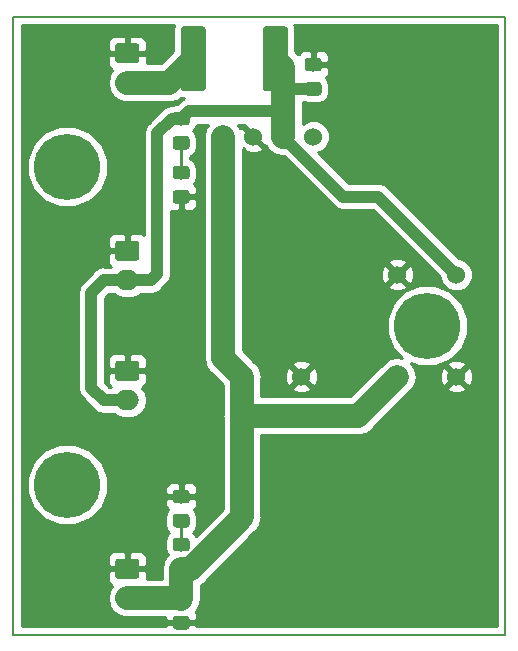
<source format=gtl>
%TF.GenerationSoftware,KiCad,Pcbnew,5.0.2+dfsg1-1*%
%TF.CreationDate,2022-03-26T23:48:13+09:00*%
%TF.ProjectId,tablet-psu,7461626c-6574-42d7-9073-752e6b696361,rev?*%
%TF.SameCoordinates,Original*%
%TF.FileFunction,Copper,L1,Top*%
%TF.FilePolarity,Positive*%
%FSLAX46Y46*%
G04 Gerber Fmt 4.6, Leading zero omitted, Abs format (unit mm)*
G04 Created by KiCad (PCBNEW 5.0.2+dfsg1-1) date Sat 26 Mar 2022 11:48:13 PM JST*
%MOMM*%
%LPD*%
G01*
G04 APERTURE LIST*
%ADD10C,0.150000*%
%ADD11C,0.100000*%
%ADD12C,1.150000*%
%ADD13C,2.100000*%
%ADD14O,2.000000X1.700000*%
%ADD15C,1.700000*%
%ADD16C,1.524000*%
%ADD17C,5.600000*%
%ADD18C,1.000000*%
%ADD19C,2.000000*%
%ADD20C,0.250000*%
%ADD21C,0.254000*%
G04 APERTURE END LIST*
D10*
X138176000Y-70104000D02*
X138176000Y-122428000D01*
X96520000Y-70104000D02*
X138176000Y-70104000D01*
X96520000Y-122428000D02*
X138176000Y-122428000D01*
X96520000Y-70104000D02*
X96520000Y-122428000D01*
D11*
G36*
X122394505Y-75644204D02*
X122418773Y-75647804D01*
X122442572Y-75653765D01*
X122465671Y-75662030D01*
X122487850Y-75672520D01*
X122508893Y-75685132D01*
X122528599Y-75699747D01*
X122546777Y-75716223D01*
X122563253Y-75734401D01*
X122577868Y-75754107D01*
X122590480Y-75775150D01*
X122600970Y-75797329D01*
X122609235Y-75820428D01*
X122615196Y-75844227D01*
X122618796Y-75868495D01*
X122620000Y-75892999D01*
X122620000Y-76543001D01*
X122618796Y-76567505D01*
X122615196Y-76591773D01*
X122609235Y-76615572D01*
X122600970Y-76638671D01*
X122590480Y-76660850D01*
X122577868Y-76681893D01*
X122563253Y-76701599D01*
X122546777Y-76719777D01*
X122528599Y-76736253D01*
X122508893Y-76750868D01*
X122487850Y-76763480D01*
X122465671Y-76773970D01*
X122442572Y-76782235D01*
X122418773Y-76788196D01*
X122394505Y-76791796D01*
X122370001Y-76793000D01*
X121469999Y-76793000D01*
X121445495Y-76791796D01*
X121421227Y-76788196D01*
X121397428Y-76782235D01*
X121374329Y-76773970D01*
X121352150Y-76763480D01*
X121331107Y-76750868D01*
X121311401Y-76736253D01*
X121293223Y-76719777D01*
X121276747Y-76701599D01*
X121262132Y-76681893D01*
X121249520Y-76660850D01*
X121239030Y-76638671D01*
X121230765Y-76615572D01*
X121224804Y-76591773D01*
X121221204Y-76567505D01*
X121220000Y-76543001D01*
X121220000Y-75892999D01*
X121221204Y-75868495D01*
X121224804Y-75844227D01*
X121230765Y-75820428D01*
X121239030Y-75797329D01*
X121249520Y-75775150D01*
X121262132Y-75754107D01*
X121276747Y-75734401D01*
X121293223Y-75716223D01*
X121311401Y-75699747D01*
X121331107Y-75685132D01*
X121352150Y-75672520D01*
X121374329Y-75662030D01*
X121397428Y-75653765D01*
X121421227Y-75647804D01*
X121445495Y-75644204D01*
X121469999Y-75643000D01*
X122370001Y-75643000D01*
X122394505Y-75644204D01*
X122394505Y-75644204D01*
G37*
D12*
X121920000Y-76218000D03*
D11*
G36*
X122394505Y-73594204D02*
X122418773Y-73597804D01*
X122442572Y-73603765D01*
X122465671Y-73612030D01*
X122487850Y-73622520D01*
X122508893Y-73635132D01*
X122528599Y-73649747D01*
X122546777Y-73666223D01*
X122563253Y-73684401D01*
X122577868Y-73704107D01*
X122590480Y-73725150D01*
X122600970Y-73747329D01*
X122609235Y-73770428D01*
X122615196Y-73794227D01*
X122618796Y-73818495D01*
X122620000Y-73842999D01*
X122620000Y-74493001D01*
X122618796Y-74517505D01*
X122615196Y-74541773D01*
X122609235Y-74565572D01*
X122600970Y-74588671D01*
X122590480Y-74610850D01*
X122577868Y-74631893D01*
X122563253Y-74651599D01*
X122546777Y-74669777D01*
X122528599Y-74686253D01*
X122508893Y-74700868D01*
X122487850Y-74713480D01*
X122465671Y-74723970D01*
X122442572Y-74732235D01*
X122418773Y-74738196D01*
X122394505Y-74741796D01*
X122370001Y-74743000D01*
X121469999Y-74743000D01*
X121445495Y-74741796D01*
X121421227Y-74738196D01*
X121397428Y-74732235D01*
X121374329Y-74723970D01*
X121352150Y-74713480D01*
X121331107Y-74700868D01*
X121311401Y-74686253D01*
X121293223Y-74669777D01*
X121276747Y-74651599D01*
X121262132Y-74631893D01*
X121249520Y-74610850D01*
X121239030Y-74588671D01*
X121230765Y-74565572D01*
X121224804Y-74541773D01*
X121221204Y-74517505D01*
X121220000Y-74493001D01*
X121220000Y-73842999D01*
X121221204Y-73818495D01*
X121224804Y-73794227D01*
X121230765Y-73770428D01*
X121239030Y-73747329D01*
X121249520Y-73725150D01*
X121262132Y-73704107D01*
X121276747Y-73684401D01*
X121293223Y-73666223D01*
X121311401Y-73649747D01*
X121331107Y-73635132D01*
X121352150Y-73622520D01*
X121374329Y-73612030D01*
X121397428Y-73603765D01*
X121421227Y-73597804D01*
X121445495Y-73594204D01*
X121469999Y-73593000D01*
X122370001Y-73593000D01*
X122394505Y-73594204D01*
X122394505Y-73594204D01*
G37*
D12*
X121920000Y-74168000D03*
D11*
G36*
X111218505Y-84788204D02*
X111242773Y-84791804D01*
X111266572Y-84797765D01*
X111289671Y-84806030D01*
X111311850Y-84816520D01*
X111332893Y-84829132D01*
X111352599Y-84843747D01*
X111370777Y-84860223D01*
X111387253Y-84878401D01*
X111401868Y-84898107D01*
X111414480Y-84919150D01*
X111424970Y-84941329D01*
X111433235Y-84964428D01*
X111439196Y-84988227D01*
X111442796Y-85012495D01*
X111444000Y-85036999D01*
X111444000Y-85687001D01*
X111442796Y-85711505D01*
X111439196Y-85735773D01*
X111433235Y-85759572D01*
X111424970Y-85782671D01*
X111414480Y-85804850D01*
X111401868Y-85825893D01*
X111387253Y-85845599D01*
X111370777Y-85863777D01*
X111352599Y-85880253D01*
X111332893Y-85894868D01*
X111311850Y-85907480D01*
X111289671Y-85917970D01*
X111266572Y-85926235D01*
X111242773Y-85932196D01*
X111218505Y-85935796D01*
X111194001Y-85937000D01*
X110293999Y-85937000D01*
X110269495Y-85935796D01*
X110245227Y-85932196D01*
X110221428Y-85926235D01*
X110198329Y-85917970D01*
X110176150Y-85907480D01*
X110155107Y-85894868D01*
X110135401Y-85880253D01*
X110117223Y-85863777D01*
X110100747Y-85845599D01*
X110086132Y-85825893D01*
X110073520Y-85804850D01*
X110063030Y-85782671D01*
X110054765Y-85759572D01*
X110048804Y-85735773D01*
X110045204Y-85711505D01*
X110044000Y-85687001D01*
X110044000Y-85036999D01*
X110045204Y-85012495D01*
X110048804Y-84988227D01*
X110054765Y-84964428D01*
X110063030Y-84941329D01*
X110073520Y-84919150D01*
X110086132Y-84898107D01*
X110100747Y-84878401D01*
X110117223Y-84860223D01*
X110135401Y-84843747D01*
X110155107Y-84829132D01*
X110176150Y-84816520D01*
X110198329Y-84806030D01*
X110221428Y-84797765D01*
X110245227Y-84791804D01*
X110269495Y-84788204D01*
X110293999Y-84787000D01*
X111194001Y-84787000D01*
X111218505Y-84788204D01*
X111218505Y-84788204D01*
G37*
D12*
X110744000Y-85362000D03*
D11*
G36*
X111218505Y-82738204D02*
X111242773Y-82741804D01*
X111266572Y-82747765D01*
X111289671Y-82756030D01*
X111311850Y-82766520D01*
X111332893Y-82779132D01*
X111352599Y-82793747D01*
X111370777Y-82810223D01*
X111387253Y-82828401D01*
X111401868Y-82848107D01*
X111414480Y-82869150D01*
X111424970Y-82891329D01*
X111433235Y-82914428D01*
X111439196Y-82938227D01*
X111442796Y-82962495D01*
X111444000Y-82986999D01*
X111444000Y-83637001D01*
X111442796Y-83661505D01*
X111439196Y-83685773D01*
X111433235Y-83709572D01*
X111424970Y-83732671D01*
X111414480Y-83754850D01*
X111401868Y-83775893D01*
X111387253Y-83795599D01*
X111370777Y-83813777D01*
X111352599Y-83830253D01*
X111332893Y-83844868D01*
X111311850Y-83857480D01*
X111289671Y-83867970D01*
X111266572Y-83876235D01*
X111242773Y-83882196D01*
X111218505Y-83885796D01*
X111194001Y-83887000D01*
X110293999Y-83887000D01*
X110269495Y-83885796D01*
X110245227Y-83882196D01*
X110221428Y-83876235D01*
X110198329Y-83867970D01*
X110176150Y-83857480D01*
X110155107Y-83844868D01*
X110135401Y-83830253D01*
X110117223Y-83813777D01*
X110100747Y-83795599D01*
X110086132Y-83775893D01*
X110073520Y-83754850D01*
X110063030Y-83732671D01*
X110054765Y-83709572D01*
X110048804Y-83685773D01*
X110045204Y-83661505D01*
X110044000Y-83637001D01*
X110044000Y-82986999D01*
X110045204Y-82962495D01*
X110048804Y-82938227D01*
X110054765Y-82914428D01*
X110063030Y-82891329D01*
X110073520Y-82869150D01*
X110086132Y-82848107D01*
X110100747Y-82828401D01*
X110117223Y-82810223D01*
X110135401Y-82793747D01*
X110155107Y-82779132D01*
X110176150Y-82766520D01*
X110198329Y-82756030D01*
X110221428Y-82747765D01*
X110245227Y-82741804D01*
X110269495Y-82738204D01*
X110293999Y-82737000D01*
X111194001Y-82737000D01*
X111218505Y-82738204D01*
X111218505Y-82738204D01*
G37*
D12*
X110744000Y-83312000D03*
D11*
G36*
X111218505Y-112211204D02*
X111242773Y-112214804D01*
X111266572Y-112220765D01*
X111289671Y-112229030D01*
X111311850Y-112239520D01*
X111332893Y-112252132D01*
X111352599Y-112266747D01*
X111370777Y-112283223D01*
X111387253Y-112301401D01*
X111401868Y-112321107D01*
X111414480Y-112342150D01*
X111424970Y-112364329D01*
X111433235Y-112387428D01*
X111439196Y-112411227D01*
X111442796Y-112435495D01*
X111444000Y-112459999D01*
X111444000Y-113110001D01*
X111442796Y-113134505D01*
X111439196Y-113158773D01*
X111433235Y-113182572D01*
X111424970Y-113205671D01*
X111414480Y-113227850D01*
X111401868Y-113248893D01*
X111387253Y-113268599D01*
X111370777Y-113286777D01*
X111352599Y-113303253D01*
X111332893Y-113317868D01*
X111311850Y-113330480D01*
X111289671Y-113340970D01*
X111266572Y-113349235D01*
X111242773Y-113355196D01*
X111218505Y-113358796D01*
X111194001Y-113360000D01*
X110293999Y-113360000D01*
X110269495Y-113358796D01*
X110245227Y-113355196D01*
X110221428Y-113349235D01*
X110198329Y-113340970D01*
X110176150Y-113330480D01*
X110155107Y-113317868D01*
X110135401Y-113303253D01*
X110117223Y-113286777D01*
X110100747Y-113268599D01*
X110086132Y-113248893D01*
X110073520Y-113227850D01*
X110063030Y-113205671D01*
X110054765Y-113182572D01*
X110048804Y-113158773D01*
X110045204Y-113134505D01*
X110044000Y-113110001D01*
X110044000Y-112459999D01*
X110045204Y-112435495D01*
X110048804Y-112411227D01*
X110054765Y-112387428D01*
X110063030Y-112364329D01*
X110073520Y-112342150D01*
X110086132Y-112321107D01*
X110100747Y-112301401D01*
X110117223Y-112283223D01*
X110135401Y-112266747D01*
X110155107Y-112252132D01*
X110176150Y-112239520D01*
X110198329Y-112229030D01*
X110221428Y-112220765D01*
X110245227Y-112214804D01*
X110269495Y-112211204D01*
X110293999Y-112210000D01*
X111194001Y-112210000D01*
X111218505Y-112211204D01*
X111218505Y-112211204D01*
G37*
D12*
X110744000Y-112785000D03*
D11*
G36*
X111218505Y-110161204D02*
X111242773Y-110164804D01*
X111266572Y-110170765D01*
X111289671Y-110179030D01*
X111311850Y-110189520D01*
X111332893Y-110202132D01*
X111352599Y-110216747D01*
X111370777Y-110233223D01*
X111387253Y-110251401D01*
X111401868Y-110271107D01*
X111414480Y-110292150D01*
X111424970Y-110314329D01*
X111433235Y-110337428D01*
X111439196Y-110361227D01*
X111442796Y-110385495D01*
X111444000Y-110409999D01*
X111444000Y-111060001D01*
X111442796Y-111084505D01*
X111439196Y-111108773D01*
X111433235Y-111132572D01*
X111424970Y-111155671D01*
X111414480Y-111177850D01*
X111401868Y-111198893D01*
X111387253Y-111218599D01*
X111370777Y-111236777D01*
X111352599Y-111253253D01*
X111332893Y-111267868D01*
X111311850Y-111280480D01*
X111289671Y-111290970D01*
X111266572Y-111299235D01*
X111242773Y-111305196D01*
X111218505Y-111308796D01*
X111194001Y-111310000D01*
X110293999Y-111310000D01*
X110269495Y-111308796D01*
X110245227Y-111305196D01*
X110221428Y-111299235D01*
X110198329Y-111290970D01*
X110176150Y-111280480D01*
X110155107Y-111267868D01*
X110135401Y-111253253D01*
X110117223Y-111236777D01*
X110100747Y-111218599D01*
X110086132Y-111198893D01*
X110073520Y-111177850D01*
X110063030Y-111155671D01*
X110054765Y-111132572D01*
X110048804Y-111108773D01*
X110045204Y-111084505D01*
X110044000Y-111060001D01*
X110044000Y-110409999D01*
X110045204Y-110385495D01*
X110048804Y-110361227D01*
X110054765Y-110337428D01*
X110063030Y-110314329D01*
X110073520Y-110292150D01*
X110086132Y-110271107D01*
X110100747Y-110251401D01*
X110117223Y-110233223D01*
X110135401Y-110216747D01*
X110155107Y-110202132D01*
X110176150Y-110189520D01*
X110198329Y-110179030D01*
X110221428Y-110170765D01*
X110245227Y-110164804D01*
X110269495Y-110161204D01*
X110293999Y-110160000D01*
X111194001Y-110160000D01*
X111218505Y-110161204D01*
X111218505Y-110161204D01*
G37*
D12*
X110744000Y-110735000D03*
D11*
G36*
X119534504Y-70936204D02*
X119558773Y-70939804D01*
X119582571Y-70945765D01*
X119605671Y-70954030D01*
X119627849Y-70964520D01*
X119648893Y-70977133D01*
X119668598Y-70991747D01*
X119686777Y-71008223D01*
X119703253Y-71026402D01*
X119717867Y-71046107D01*
X119730480Y-71067151D01*
X119740970Y-71089329D01*
X119749235Y-71112429D01*
X119755196Y-71136227D01*
X119758796Y-71160496D01*
X119760000Y-71185000D01*
X119760000Y-76135000D01*
X119758796Y-76159504D01*
X119755196Y-76183773D01*
X119749235Y-76207571D01*
X119740970Y-76230671D01*
X119730480Y-76252849D01*
X119717867Y-76273893D01*
X119703253Y-76293598D01*
X119686777Y-76311777D01*
X119668598Y-76328253D01*
X119648893Y-76342867D01*
X119627849Y-76355480D01*
X119605671Y-76365970D01*
X119582571Y-76374235D01*
X119558773Y-76380196D01*
X119534504Y-76383796D01*
X119510000Y-76385000D01*
X117910000Y-76385000D01*
X117885496Y-76383796D01*
X117861227Y-76380196D01*
X117837429Y-76374235D01*
X117814329Y-76365970D01*
X117792151Y-76355480D01*
X117771107Y-76342867D01*
X117751402Y-76328253D01*
X117733223Y-76311777D01*
X117716747Y-76293598D01*
X117702133Y-76273893D01*
X117689520Y-76252849D01*
X117679030Y-76230671D01*
X117670765Y-76207571D01*
X117664804Y-76183773D01*
X117661204Y-76159504D01*
X117660000Y-76135000D01*
X117660000Y-71185000D01*
X117661204Y-71160496D01*
X117664804Y-71136227D01*
X117670765Y-71112429D01*
X117679030Y-71089329D01*
X117689520Y-71067151D01*
X117702133Y-71046107D01*
X117716747Y-71026402D01*
X117733223Y-71008223D01*
X117751402Y-70991747D01*
X117771107Y-70977133D01*
X117792151Y-70964520D01*
X117814329Y-70954030D01*
X117837429Y-70945765D01*
X117861227Y-70939804D01*
X117885496Y-70936204D01*
X117910000Y-70935000D01*
X119510000Y-70935000D01*
X119534504Y-70936204D01*
X119534504Y-70936204D01*
G37*
D13*
X118710000Y-73660000D03*
D11*
G36*
X112584504Y-70936204D02*
X112608773Y-70939804D01*
X112632571Y-70945765D01*
X112655671Y-70954030D01*
X112677849Y-70964520D01*
X112698893Y-70977133D01*
X112718598Y-70991747D01*
X112736777Y-71008223D01*
X112753253Y-71026402D01*
X112767867Y-71046107D01*
X112780480Y-71067151D01*
X112790970Y-71089329D01*
X112799235Y-71112429D01*
X112805196Y-71136227D01*
X112808796Y-71160496D01*
X112810000Y-71185000D01*
X112810000Y-76135000D01*
X112808796Y-76159504D01*
X112805196Y-76183773D01*
X112799235Y-76207571D01*
X112790970Y-76230671D01*
X112780480Y-76252849D01*
X112767867Y-76273893D01*
X112753253Y-76293598D01*
X112736777Y-76311777D01*
X112718598Y-76328253D01*
X112698893Y-76342867D01*
X112677849Y-76355480D01*
X112655671Y-76365970D01*
X112632571Y-76374235D01*
X112608773Y-76380196D01*
X112584504Y-76383796D01*
X112560000Y-76385000D01*
X110960000Y-76385000D01*
X110935496Y-76383796D01*
X110911227Y-76380196D01*
X110887429Y-76374235D01*
X110864329Y-76365970D01*
X110842151Y-76355480D01*
X110821107Y-76342867D01*
X110801402Y-76328253D01*
X110783223Y-76311777D01*
X110766747Y-76293598D01*
X110752133Y-76273893D01*
X110739520Y-76252849D01*
X110729030Y-76230671D01*
X110720765Y-76207571D01*
X110714804Y-76183773D01*
X110711204Y-76159504D01*
X110710000Y-76135000D01*
X110710000Y-71185000D01*
X110711204Y-71160496D01*
X110714804Y-71136227D01*
X110720765Y-71112429D01*
X110729030Y-71089329D01*
X110739520Y-71067151D01*
X110752133Y-71046107D01*
X110766747Y-71026402D01*
X110783223Y-71008223D01*
X110801402Y-70991747D01*
X110821107Y-70977133D01*
X110842151Y-70964520D01*
X110864329Y-70954030D01*
X110887429Y-70945765D01*
X110911227Y-70939804D01*
X110935496Y-70936204D01*
X110960000Y-70935000D01*
X112560000Y-70935000D01*
X112584504Y-70936204D01*
X112584504Y-70936204D01*
G37*
D13*
X111760000Y-73660000D03*
D14*
X106172000Y-75692000D03*
D11*
G36*
X106946504Y-72343204D02*
X106970773Y-72346804D01*
X106994571Y-72352765D01*
X107017671Y-72361030D01*
X107039849Y-72371520D01*
X107060893Y-72384133D01*
X107080598Y-72398747D01*
X107098777Y-72415223D01*
X107115253Y-72433402D01*
X107129867Y-72453107D01*
X107142480Y-72474151D01*
X107152970Y-72496329D01*
X107161235Y-72519429D01*
X107167196Y-72543227D01*
X107170796Y-72567496D01*
X107172000Y-72592000D01*
X107172000Y-73792000D01*
X107170796Y-73816504D01*
X107167196Y-73840773D01*
X107161235Y-73864571D01*
X107152970Y-73887671D01*
X107142480Y-73909849D01*
X107129867Y-73930893D01*
X107115253Y-73950598D01*
X107098777Y-73968777D01*
X107080598Y-73985253D01*
X107060893Y-73999867D01*
X107039849Y-74012480D01*
X107017671Y-74022970D01*
X106994571Y-74031235D01*
X106970773Y-74037196D01*
X106946504Y-74040796D01*
X106922000Y-74042000D01*
X105422000Y-74042000D01*
X105397496Y-74040796D01*
X105373227Y-74037196D01*
X105349429Y-74031235D01*
X105326329Y-74022970D01*
X105304151Y-74012480D01*
X105283107Y-73999867D01*
X105263402Y-73985253D01*
X105245223Y-73968777D01*
X105228747Y-73950598D01*
X105214133Y-73930893D01*
X105201520Y-73909849D01*
X105191030Y-73887671D01*
X105182765Y-73864571D01*
X105176804Y-73840773D01*
X105173204Y-73816504D01*
X105172000Y-73792000D01*
X105172000Y-72592000D01*
X105173204Y-72567496D01*
X105176804Y-72543227D01*
X105182765Y-72519429D01*
X105191030Y-72496329D01*
X105201520Y-72474151D01*
X105214133Y-72453107D01*
X105228747Y-72433402D01*
X105245223Y-72415223D01*
X105263402Y-72398747D01*
X105283107Y-72384133D01*
X105304151Y-72371520D01*
X105326329Y-72361030D01*
X105349429Y-72352765D01*
X105373227Y-72346804D01*
X105397496Y-72343204D01*
X105422000Y-72342000D01*
X106922000Y-72342000D01*
X106946504Y-72343204D01*
X106946504Y-72343204D01*
G37*
D15*
X106172000Y-73192000D03*
D11*
G36*
X106946504Y-89067204D02*
X106970773Y-89070804D01*
X106994571Y-89076765D01*
X107017671Y-89085030D01*
X107039849Y-89095520D01*
X107060893Y-89108133D01*
X107080598Y-89122747D01*
X107098777Y-89139223D01*
X107115253Y-89157402D01*
X107129867Y-89177107D01*
X107142480Y-89198151D01*
X107152970Y-89220329D01*
X107161235Y-89243429D01*
X107167196Y-89267227D01*
X107170796Y-89291496D01*
X107172000Y-89316000D01*
X107172000Y-90516000D01*
X107170796Y-90540504D01*
X107167196Y-90564773D01*
X107161235Y-90588571D01*
X107152970Y-90611671D01*
X107142480Y-90633849D01*
X107129867Y-90654893D01*
X107115253Y-90674598D01*
X107098777Y-90692777D01*
X107080598Y-90709253D01*
X107060893Y-90723867D01*
X107039849Y-90736480D01*
X107017671Y-90746970D01*
X106994571Y-90755235D01*
X106970773Y-90761196D01*
X106946504Y-90764796D01*
X106922000Y-90766000D01*
X105422000Y-90766000D01*
X105397496Y-90764796D01*
X105373227Y-90761196D01*
X105349429Y-90755235D01*
X105326329Y-90746970D01*
X105304151Y-90736480D01*
X105283107Y-90723867D01*
X105263402Y-90709253D01*
X105245223Y-90692777D01*
X105228747Y-90674598D01*
X105214133Y-90654893D01*
X105201520Y-90633849D01*
X105191030Y-90611671D01*
X105182765Y-90588571D01*
X105176804Y-90564773D01*
X105173204Y-90540504D01*
X105172000Y-90516000D01*
X105172000Y-89316000D01*
X105173204Y-89291496D01*
X105176804Y-89267227D01*
X105182765Y-89243429D01*
X105191030Y-89220329D01*
X105201520Y-89198151D01*
X105214133Y-89177107D01*
X105228747Y-89157402D01*
X105245223Y-89139223D01*
X105263402Y-89122747D01*
X105283107Y-89108133D01*
X105304151Y-89095520D01*
X105326329Y-89085030D01*
X105349429Y-89076765D01*
X105373227Y-89070804D01*
X105397496Y-89067204D01*
X105422000Y-89066000D01*
X106922000Y-89066000D01*
X106946504Y-89067204D01*
X106946504Y-89067204D01*
G37*
D15*
X106172000Y-89916000D03*
D14*
X106172000Y-92416000D03*
X106172000Y-102576000D03*
D11*
G36*
X106946504Y-99227204D02*
X106970773Y-99230804D01*
X106994571Y-99236765D01*
X107017671Y-99245030D01*
X107039849Y-99255520D01*
X107060893Y-99268133D01*
X107080598Y-99282747D01*
X107098777Y-99299223D01*
X107115253Y-99317402D01*
X107129867Y-99337107D01*
X107142480Y-99358151D01*
X107152970Y-99380329D01*
X107161235Y-99403429D01*
X107167196Y-99427227D01*
X107170796Y-99451496D01*
X107172000Y-99476000D01*
X107172000Y-100676000D01*
X107170796Y-100700504D01*
X107167196Y-100724773D01*
X107161235Y-100748571D01*
X107152970Y-100771671D01*
X107142480Y-100793849D01*
X107129867Y-100814893D01*
X107115253Y-100834598D01*
X107098777Y-100852777D01*
X107080598Y-100869253D01*
X107060893Y-100883867D01*
X107039849Y-100896480D01*
X107017671Y-100906970D01*
X106994571Y-100915235D01*
X106970773Y-100921196D01*
X106946504Y-100924796D01*
X106922000Y-100926000D01*
X105422000Y-100926000D01*
X105397496Y-100924796D01*
X105373227Y-100921196D01*
X105349429Y-100915235D01*
X105326329Y-100906970D01*
X105304151Y-100896480D01*
X105283107Y-100883867D01*
X105263402Y-100869253D01*
X105245223Y-100852777D01*
X105228747Y-100834598D01*
X105214133Y-100814893D01*
X105201520Y-100793849D01*
X105191030Y-100771671D01*
X105182765Y-100748571D01*
X105176804Y-100724773D01*
X105173204Y-100700504D01*
X105172000Y-100676000D01*
X105172000Y-99476000D01*
X105173204Y-99451496D01*
X105176804Y-99427227D01*
X105182765Y-99403429D01*
X105191030Y-99380329D01*
X105201520Y-99358151D01*
X105214133Y-99337107D01*
X105228747Y-99317402D01*
X105245223Y-99299223D01*
X105263402Y-99282747D01*
X105283107Y-99268133D01*
X105304151Y-99255520D01*
X105326329Y-99245030D01*
X105349429Y-99236765D01*
X105373227Y-99230804D01*
X105397496Y-99227204D01*
X105422000Y-99226000D01*
X106922000Y-99226000D01*
X106946504Y-99227204D01*
X106946504Y-99227204D01*
G37*
D15*
X106172000Y-100076000D03*
D11*
G36*
X106946504Y-115991204D02*
X106970773Y-115994804D01*
X106994571Y-116000765D01*
X107017671Y-116009030D01*
X107039849Y-116019520D01*
X107060893Y-116032133D01*
X107080598Y-116046747D01*
X107098777Y-116063223D01*
X107115253Y-116081402D01*
X107129867Y-116101107D01*
X107142480Y-116122151D01*
X107152970Y-116144329D01*
X107161235Y-116167429D01*
X107167196Y-116191227D01*
X107170796Y-116215496D01*
X107172000Y-116240000D01*
X107172000Y-117440000D01*
X107170796Y-117464504D01*
X107167196Y-117488773D01*
X107161235Y-117512571D01*
X107152970Y-117535671D01*
X107142480Y-117557849D01*
X107129867Y-117578893D01*
X107115253Y-117598598D01*
X107098777Y-117616777D01*
X107080598Y-117633253D01*
X107060893Y-117647867D01*
X107039849Y-117660480D01*
X107017671Y-117670970D01*
X106994571Y-117679235D01*
X106970773Y-117685196D01*
X106946504Y-117688796D01*
X106922000Y-117690000D01*
X105422000Y-117690000D01*
X105397496Y-117688796D01*
X105373227Y-117685196D01*
X105349429Y-117679235D01*
X105326329Y-117670970D01*
X105304151Y-117660480D01*
X105283107Y-117647867D01*
X105263402Y-117633253D01*
X105245223Y-117616777D01*
X105228747Y-117598598D01*
X105214133Y-117578893D01*
X105201520Y-117557849D01*
X105191030Y-117535671D01*
X105182765Y-117512571D01*
X105176804Y-117488773D01*
X105173204Y-117464504D01*
X105172000Y-117440000D01*
X105172000Y-116240000D01*
X105173204Y-116215496D01*
X105176804Y-116191227D01*
X105182765Y-116167429D01*
X105191030Y-116144329D01*
X105201520Y-116122151D01*
X105214133Y-116101107D01*
X105228747Y-116081402D01*
X105245223Y-116063223D01*
X105263402Y-116046747D01*
X105283107Y-116032133D01*
X105304151Y-116019520D01*
X105326329Y-116009030D01*
X105349429Y-116000765D01*
X105373227Y-115994804D01*
X105397496Y-115991204D01*
X105422000Y-115990000D01*
X106922000Y-115990000D01*
X106946504Y-115991204D01*
X106946504Y-115991204D01*
G37*
D15*
X106172000Y-116840000D03*
D14*
X106172000Y-119340000D03*
D11*
G36*
X111218505Y-78166204D02*
X111242773Y-78169804D01*
X111266572Y-78175765D01*
X111289671Y-78184030D01*
X111311850Y-78194520D01*
X111332893Y-78207132D01*
X111352599Y-78221747D01*
X111370777Y-78238223D01*
X111387253Y-78256401D01*
X111401868Y-78276107D01*
X111414480Y-78297150D01*
X111424970Y-78319329D01*
X111433235Y-78342428D01*
X111439196Y-78366227D01*
X111442796Y-78390495D01*
X111444000Y-78414999D01*
X111444000Y-79065001D01*
X111442796Y-79089505D01*
X111439196Y-79113773D01*
X111433235Y-79137572D01*
X111424970Y-79160671D01*
X111414480Y-79182850D01*
X111401868Y-79203893D01*
X111387253Y-79223599D01*
X111370777Y-79241777D01*
X111352599Y-79258253D01*
X111332893Y-79272868D01*
X111311850Y-79285480D01*
X111289671Y-79295970D01*
X111266572Y-79304235D01*
X111242773Y-79310196D01*
X111218505Y-79313796D01*
X111194001Y-79315000D01*
X110293999Y-79315000D01*
X110269495Y-79313796D01*
X110245227Y-79310196D01*
X110221428Y-79304235D01*
X110198329Y-79295970D01*
X110176150Y-79285480D01*
X110155107Y-79272868D01*
X110135401Y-79258253D01*
X110117223Y-79241777D01*
X110100747Y-79223599D01*
X110086132Y-79203893D01*
X110073520Y-79182850D01*
X110063030Y-79160671D01*
X110054765Y-79137572D01*
X110048804Y-79113773D01*
X110045204Y-79089505D01*
X110044000Y-79065001D01*
X110044000Y-78414999D01*
X110045204Y-78390495D01*
X110048804Y-78366227D01*
X110054765Y-78342428D01*
X110063030Y-78319329D01*
X110073520Y-78297150D01*
X110086132Y-78276107D01*
X110100747Y-78256401D01*
X110117223Y-78238223D01*
X110135401Y-78221747D01*
X110155107Y-78207132D01*
X110176150Y-78194520D01*
X110198329Y-78184030D01*
X110221428Y-78175765D01*
X110245227Y-78169804D01*
X110269495Y-78166204D01*
X110293999Y-78165000D01*
X111194001Y-78165000D01*
X111218505Y-78166204D01*
X111218505Y-78166204D01*
G37*
D12*
X110744000Y-78740000D03*
D11*
G36*
X111218505Y-80216204D02*
X111242773Y-80219804D01*
X111266572Y-80225765D01*
X111289671Y-80234030D01*
X111311850Y-80244520D01*
X111332893Y-80257132D01*
X111352599Y-80271747D01*
X111370777Y-80288223D01*
X111387253Y-80306401D01*
X111401868Y-80326107D01*
X111414480Y-80347150D01*
X111424970Y-80369329D01*
X111433235Y-80392428D01*
X111439196Y-80416227D01*
X111442796Y-80440495D01*
X111444000Y-80464999D01*
X111444000Y-81115001D01*
X111442796Y-81139505D01*
X111439196Y-81163773D01*
X111433235Y-81187572D01*
X111424970Y-81210671D01*
X111414480Y-81232850D01*
X111401868Y-81253893D01*
X111387253Y-81273599D01*
X111370777Y-81291777D01*
X111352599Y-81308253D01*
X111332893Y-81322868D01*
X111311850Y-81335480D01*
X111289671Y-81345970D01*
X111266572Y-81354235D01*
X111242773Y-81360196D01*
X111218505Y-81363796D01*
X111194001Y-81365000D01*
X110293999Y-81365000D01*
X110269495Y-81363796D01*
X110245227Y-81360196D01*
X110221428Y-81354235D01*
X110198329Y-81345970D01*
X110176150Y-81335480D01*
X110155107Y-81322868D01*
X110135401Y-81308253D01*
X110117223Y-81291777D01*
X110100747Y-81273599D01*
X110086132Y-81253893D01*
X110073520Y-81232850D01*
X110063030Y-81210671D01*
X110054765Y-81187572D01*
X110048804Y-81163773D01*
X110045204Y-81139505D01*
X110044000Y-81115001D01*
X110044000Y-80464999D01*
X110045204Y-80440495D01*
X110048804Y-80416227D01*
X110054765Y-80392428D01*
X110063030Y-80369329D01*
X110073520Y-80347150D01*
X110086132Y-80326107D01*
X110100747Y-80306401D01*
X110117223Y-80288223D01*
X110135401Y-80271747D01*
X110155107Y-80257132D01*
X110176150Y-80244520D01*
X110198329Y-80234030D01*
X110221428Y-80225765D01*
X110245227Y-80219804D01*
X110269495Y-80216204D01*
X110293999Y-80215000D01*
X111194001Y-80215000D01*
X111218505Y-80216204D01*
X111218505Y-80216204D01*
G37*
D12*
X110744000Y-80790000D03*
D11*
G36*
X111218505Y-116275204D02*
X111242773Y-116278804D01*
X111266572Y-116284765D01*
X111289671Y-116293030D01*
X111311850Y-116303520D01*
X111332893Y-116316132D01*
X111352599Y-116330747D01*
X111370777Y-116347223D01*
X111387253Y-116365401D01*
X111401868Y-116385107D01*
X111414480Y-116406150D01*
X111424970Y-116428329D01*
X111433235Y-116451428D01*
X111439196Y-116475227D01*
X111442796Y-116499495D01*
X111444000Y-116523999D01*
X111444000Y-117174001D01*
X111442796Y-117198505D01*
X111439196Y-117222773D01*
X111433235Y-117246572D01*
X111424970Y-117269671D01*
X111414480Y-117291850D01*
X111401868Y-117312893D01*
X111387253Y-117332599D01*
X111370777Y-117350777D01*
X111352599Y-117367253D01*
X111332893Y-117381868D01*
X111311850Y-117394480D01*
X111289671Y-117404970D01*
X111266572Y-117413235D01*
X111242773Y-117419196D01*
X111218505Y-117422796D01*
X111194001Y-117424000D01*
X110293999Y-117424000D01*
X110269495Y-117422796D01*
X110245227Y-117419196D01*
X110221428Y-117413235D01*
X110198329Y-117404970D01*
X110176150Y-117394480D01*
X110155107Y-117381868D01*
X110135401Y-117367253D01*
X110117223Y-117350777D01*
X110100747Y-117332599D01*
X110086132Y-117312893D01*
X110073520Y-117291850D01*
X110063030Y-117269671D01*
X110054765Y-117246572D01*
X110048804Y-117222773D01*
X110045204Y-117198505D01*
X110044000Y-117174001D01*
X110044000Y-116523999D01*
X110045204Y-116499495D01*
X110048804Y-116475227D01*
X110054765Y-116451428D01*
X110063030Y-116428329D01*
X110073520Y-116406150D01*
X110086132Y-116385107D01*
X110100747Y-116365401D01*
X110117223Y-116347223D01*
X110135401Y-116330747D01*
X110155107Y-116316132D01*
X110176150Y-116303520D01*
X110198329Y-116293030D01*
X110221428Y-116284765D01*
X110245227Y-116278804D01*
X110269495Y-116275204D01*
X110293999Y-116274000D01*
X111194001Y-116274000D01*
X111218505Y-116275204D01*
X111218505Y-116275204D01*
G37*
D12*
X110744000Y-116849000D03*
D11*
G36*
X111218505Y-114225204D02*
X111242773Y-114228804D01*
X111266572Y-114234765D01*
X111289671Y-114243030D01*
X111311850Y-114253520D01*
X111332893Y-114266132D01*
X111352599Y-114280747D01*
X111370777Y-114297223D01*
X111387253Y-114315401D01*
X111401868Y-114335107D01*
X111414480Y-114356150D01*
X111424970Y-114378329D01*
X111433235Y-114401428D01*
X111439196Y-114425227D01*
X111442796Y-114449495D01*
X111444000Y-114473999D01*
X111444000Y-115124001D01*
X111442796Y-115148505D01*
X111439196Y-115172773D01*
X111433235Y-115196572D01*
X111424970Y-115219671D01*
X111414480Y-115241850D01*
X111401868Y-115262893D01*
X111387253Y-115282599D01*
X111370777Y-115300777D01*
X111352599Y-115317253D01*
X111332893Y-115331868D01*
X111311850Y-115344480D01*
X111289671Y-115354970D01*
X111266572Y-115363235D01*
X111242773Y-115369196D01*
X111218505Y-115372796D01*
X111194001Y-115374000D01*
X110293999Y-115374000D01*
X110269495Y-115372796D01*
X110245227Y-115369196D01*
X110221428Y-115363235D01*
X110198329Y-115354970D01*
X110176150Y-115344480D01*
X110155107Y-115331868D01*
X110135401Y-115317253D01*
X110117223Y-115300777D01*
X110100747Y-115282599D01*
X110086132Y-115262893D01*
X110073520Y-115241850D01*
X110063030Y-115219671D01*
X110054765Y-115196572D01*
X110048804Y-115172773D01*
X110045204Y-115148505D01*
X110044000Y-115124001D01*
X110044000Y-114473999D01*
X110045204Y-114449495D01*
X110048804Y-114425227D01*
X110054765Y-114401428D01*
X110063030Y-114378329D01*
X110073520Y-114356150D01*
X110086132Y-114335107D01*
X110100747Y-114315401D01*
X110117223Y-114297223D01*
X110135401Y-114280747D01*
X110155107Y-114266132D01*
X110176150Y-114253520D01*
X110198329Y-114243030D01*
X110221428Y-114234765D01*
X110245227Y-114228804D01*
X110269495Y-114225204D01*
X110293999Y-114224000D01*
X111194001Y-114224000D01*
X111218505Y-114225204D01*
X111218505Y-114225204D01*
G37*
D12*
X110744000Y-114799000D03*
D16*
X114300000Y-80264000D03*
X116840000Y-80264000D03*
X119380000Y-80264000D03*
X121920000Y-80264000D03*
X134032000Y-91948000D03*
X129032000Y-91948000D03*
X115904000Y-100584000D03*
X120904000Y-100584000D03*
X134032000Y-100584000D03*
X129032000Y-100584000D03*
D11*
G36*
X111218505Y-118797204D02*
X111242773Y-118800804D01*
X111266572Y-118806765D01*
X111289671Y-118815030D01*
X111311850Y-118825520D01*
X111332893Y-118838132D01*
X111352599Y-118852747D01*
X111370777Y-118869223D01*
X111387253Y-118887401D01*
X111401868Y-118907107D01*
X111414480Y-118928150D01*
X111424970Y-118950329D01*
X111433235Y-118973428D01*
X111439196Y-118997227D01*
X111442796Y-119021495D01*
X111444000Y-119045999D01*
X111444000Y-119696001D01*
X111442796Y-119720505D01*
X111439196Y-119744773D01*
X111433235Y-119768572D01*
X111424970Y-119791671D01*
X111414480Y-119813850D01*
X111401868Y-119834893D01*
X111387253Y-119854599D01*
X111370777Y-119872777D01*
X111352599Y-119889253D01*
X111332893Y-119903868D01*
X111311850Y-119916480D01*
X111289671Y-119926970D01*
X111266572Y-119935235D01*
X111242773Y-119941196D01*
X111218505Y-119944796D01*
X111194001Y-119946000D01*
X110293999Y-119946000D01*
X110269495Y-119944796D01*
X110245227Y-119941196D01*
X110221428Y-119935235D01*
X110198329Y-119926970D01*
X110176150Y-119916480D01*
X110155107Y-119903868D01*
X110135401Y-119889253D01*
X110117223Y-119872777D01*
X110100747Y-119854599D01*
X110086132Y-119834893D01*
X110073520Y-119813850D01*
X110063030Y-119791671D01*
X110054765Y-119768572D01*
X110048804Y-119744773D01*
X110045204Y-119720505D01*
X110044000Y-119696001D01*
X110044000Y-119045999D01*
X110045204Y-119021495D01*
X110048804Y-118997227D01*
X110054765Y-118973428D01*
X110063030Y-118950329D01*
X110073520Y-118928150D01*
X110086132Y-118907107D01*
X110100747Y-118887401D01*
X110117223Y-118869223D01*
X110135401Y-118852747D01*
X110155107Y-118838132D01*
X110176150Y-118825520D01*
X110198329Y-118815030D01*
X110221428Y-118806765D01*
X110245227Y-118800804D01*
X110269495Y-118797204D01*
X110293999Y-118796000D01*
X111194001Y-118796000D01*
X111218505Y-118797204D01*
X111218505Y-118797204D01*
G37*
D12*
X110744000Y-119371000D03*
D11*
G36*
X111218505Y-120847204D02*
X111242773Y-120850804D01*
X111266572Y-120856765D01*
X111289671Y-120865030D01*
X111311850Y-120875520D01*
X111332893Y-120888132D01*
X111352599Y-120902747D01*
X111370777Y-120919223D01*
X111387253Y-120937401D01*
X111401868Y-120957107D01*
X111414480Y-120978150D01*
X111424970Y-121000329D01*
X111433235Y-121023428D01*
X111439196Y-121047227D01*
X111442796Y-121071495D01*
X111444000Y-121095999D01*
X111444000Y-121746001D01*
X111442796Y-121770505D01*
X111439196Y-121794773D01*
X111433235Y-121818572D01*
X111424970Y-121841671D01*
X111414480Y-121863850D01*
X111401868Y-121884893D01*
X111387253Y-121904599D01*
X111370777Y-121922777D01*
X111352599Y-121939253D01*
X111332893Y-121953868D01*
X111311850Y-121966480D01*
X111289671Y-121976970D01*
X111266572Y-121985235D01*
X111242773Y-121991196D01*
X111218505Y-121994796D01*
X111194001Y-121996000D01*
X110293999Y-121996000D01*
X110269495Y-121994796D01*
X110245227Y-121991196D01*
X110221428Y-121985235D01*
X110198329Y-121976970D01*
X110176150Y-121966480D01*
X110155107Y-121953868D01*
X110135401Y-121939253D01*
X110117223Y-121922777D01*
X110100747Y-121904599D01*
X110086132Y-121884893D01*
X110073520Y-121863850D01*
X110063030Y-121841671D01*
X110054765Y-121818572D01*
X110048804Y-121794773D01*
X110045204Y-121770505D01*
X110044000Y-121746001D01*
X110044000Y-121095999D01*
X110045204Y-121071495D01*
X110048804Y-121047227D01*
X110054765Y-121023428D01*
X110063030Y-121000329D01*
X110073520Y-120978150D01*
X110086132Y-120957107D01*
X110100747Y-120937401D01*
X110117223Y-120919223D01*
X110135401Y-120902747D01*
X110155107Y-120888132D01*
X110176150Y-120875520D01*
X110198329Y-120865030D01*
X110221428Y-120856765D01*
X110245227Y-120850804D01*
X110269495Y-120847204D01*
X110293999Y-120846000D01*
X111194001Y-120846000D01*
X111218505Y-120847204D01*
X111218505Y-120847204D01*
G37*
D12*
X110744000Y-121421000D03*
D17*
X101092000Y-82804000D03*
X101092000Y-109728000D03*
X131572000Y-96266000D03*
D18*
X104172000Y-92416000D02*
X103124000Y-93464000D01*
X106172000Y-92416000D02*
X104172000Y-92416000D01*
X104172000Y-102576000D02*
X106172000Y-102576000D01*
X103124000Y-101528000D02*
X104172000Y-102576000D01*
X103124000Y-93464000D02*
X103124000Y-101528000D01*
D19*
X119380000Y-74330000D02*
X118710000Y-73660000D01*
D18*
X133270001Y-91186001D02*
X134032000Y-91948000D01*
X127428000Y-85344000D02*
X133270001Y-91186001D01*
X124460000Y-85344000D02*
X127428000Y-85344000D01*
X119380000Y-80264000D02*
X124460000Y-85344000D01*
X108172000Y-92416000D02*
X108712000Y-91876000D01*
X106172000Y-92416000D02*
X108172000Y-92416000D01*
X109944000Y-78740000D02*
X110744000Y-78740000D01*
X108712000Y-79972000D02*
X109944000Y-78740000D01*
X108712000Y-91876000D02*
X108712000Y-79972000D01*
X111367372Y-78116628D02*
X119264628Y-78116628D01*
X110744000Y-78740000D02*
X111367372Y-78116628D01*
X119264628Y-78116628D02*
X119380000Y-78232000D01*
D19*
X119380000Y-80264000D02*
X119380000Y-78232000D01*
D18*
X119870000Y-76218000D02*
X119380000Y-76708000D01*
X121920000Y-76218000D02*
X119870000Y-76218000D01*
D19*
X119380000Y-78232000D02*
X119380000Y-76708000D01*
X119380000Y-76708000D02*
X119380000Y-74330000D01*
X110713000Y-119340000D02*
X110744000Y-119371000D01*
X106172000Y-119340000D02*
X110713000Y-119340000D01*
X110744000Y-119371000D02*
X110744000Y-116849000D01*
X115904000Y-101661630D02*
X115904000Y-100584000D01*
X111544000Y-116849000D02*
X115904000Y-112489000D01*
X110744000Y-116849000D02*
X111544000Y-116849000D01*
X115904000Y-112489000D02*
X115904000Y-105156000D01*
X114300000Y-98980000D02*
X115904000Y-100584000D01*
X114300000Y-80264000D02*
X114300000Y-98980000D01*
X129032000Y-100584000D02*
X125730000Y-103886000D01*
X115904000Y-105156000D02*
X115904000Y-103886000D01*
X125730000Y-103886000D02*
X115904000Y-103886000D01*
X115904000Y-103886000D02*
X115904000Y-101661630D01*
D20*
X110744000Y-80790000D02*
X110744000Y-83312000D01*
X110744000Y-112785000D02*
X110744000Y-114799000D01*
D19*
X109728000Y-75692000D02*
X111760000Y-73660000D01*
X106172000Y-75692000D02*
X109728000Y-75692000D01*
D21*
G36*
X110130874Y-70841565D02*
X110062560Y-71185000D01*
X110062560Y-73045201D01*
X109050762Y-74057000D01*
X107807000Y-74057000D01*
X107807000Y-73477750D01*
X107648250Y-73319000D01*
X106299000Y-73319000D01*
X106299000Y-73339000D01*
X106045000Y-73339000D01*
X106045000Y-73319000D01*
X104695750Y-73319000D01*
X104537000Y-73477750D01*
X104537000Y-74168309D01*
X104633673Y-74401698D01*
X104812301Y-74580327D01*
X104918897Y-74624480D01*
X104631864Y-75054055D01*
X104504969Y-75692000D01*
X104631864Y-76329945D01*
X104993231Y-76870769D01*
X105534055Y-77232136D01*
X106010969Y-77327000D01*
X109566970Y-77327000D01*
X109728000Y-77359031D01*
X109889030Y-77327000D01*
X109889031Y-77327000D01*
X110365945Y-77232136D01*
X110732529Y-76987193D01*
X110960000Y-77032440D01*
X111000138Y-77032440D01*
X110980788Y-77036289D01*
X110924517Y-77047482D01*
X110549083Y-77298339D01*
X110485759Y-77393110D01*
X110361309Y-77517560D01*
X110293999Y-77517560D01*
X109955094Y-77584972D01*
X109943999Y-77582765D01*
X109501145Y-77670854D01*
X109125711Y-77921711D01*
X109062389Y-78016479D01*
X107988480Y-79090389D01*
X107893712Y-79153711D01*
X107740912Y-79382392D01*
X107642854Y-79529146D01*
X107554765Y-79972000D01*
X107577001Y-80083788D01*
X107577000Y-88572975D01*
X107531699Y-88527673D01*
X107298310Y-88431000D01*
X106457750Y-88431000D01*
X106299000Y-88589750D01*
X106299000Y-89789000D01*
X106319000Y-89789000D01*
X106319000Y-90043000D01*
X106299000Y-90043000D01*
X106299000Y-90063000D01*
X106045000Y-90063000D01*
X106045000Y-90043000D01*
X104695750Y-90043000D01*
X104537000Y-90201750D01*
X104537000Y-90892309D01*
X104633673Y-91125698D01*
X104788974Y-91281000D01*
X104283783Y-91281000D01*
X104172000Y-91258765D01*
X103736580Y-91345375D01*
X103729145Y-91346854D01*
X103353711Y-91597711D01*
X103290389Y-91692479D01*
X102400481Y-92582387D01*
X102305711Y-92645711D01*
X102072045Y-92995418D01*
X102054854Y-93021146D01*
X101966765Y-93464000D01*
X101989000Y-93575783D01*
X101989001Y-101416212D01*
X101966765Y-101528000D01*
X102054854Y-101970854D01*
X102069748Y-101993144D01*
X102305712Y-102346289D01*
X102400479Y-102409611D01*
X103290389Y-103299521D01*
X103353711Y-103394289D01*
X103729145Y-103645146D01*
X104172000Y-103733235D01*
X104283783Y-103711000D01*
X105047719Y-103711000D01*
X105442582Y-103974839D01*
X105875744Y-104061000D01*
X106468256Y-104061000D01*
X106901418Y-103974839D01*
X107392625Y-103646625D01*
X107720839Y-103155418D01*
X107836092Y-102576000D01*
X107720839Y-101996582D01*
X107401291Y-101518344D01*
X107531699Y-101464327D01*
X107710327Y-101285698D01*
X107807000Y-101052309D01*
X107807000Y-100361750D01*
X107648250Y-100203000D01*
X106299000Y-100203000D01*
X106299000Y-100223000D01*
X106045000Y-100223000D01*
X106045000Y-100203000D01*
X104695750Y-100203000D01*
X104537000Y-100361750D01*
X104537000Y-101052309D01*
X104633673Y-101285698D01*
X104788974Y-101441000D01*
X104642132Y-101441000D01*
X104259000Y-101057869D01*
X104259000Y-99099691D01*
X104537000Y-99099691D01*
X104537000Y-99790250D01*
X104695750Y-99949000D01*
X106045000Y-99949000D01*
X106045000Y-98749750D01*
X106299000Y-98749750D01*
X106299000Y-99949000D01*
X107648250Y-99949000D01*
X107807000Y-99790250D01*
X107807000Y-99099691D01*
X107710327Y-98866302D01*
X107531699Y-98687673D01*
X107298310Y-98591000D01*
X106457750Y-98591000D01*
X106299000Y-98749750D01*
X106045000Y-98749750D01*
X105886250Y-98591000D01*
X105045690Y-98591000D01*
X104812301Y-98687673D01*
X104633673Y-98866302D01*
X104537000Y-99099691D01*
X104259000Y-99099691D01*
X104259000Y-93934131D01*
X104642132Y-93551000D01*
X105047719Y-93551000D01*
X105442582Y-93814839D01*
X105875744Y-93901000D01*
X106468256Y-93901000D01*
X106901418Y-93814839D01*
X107296281Y-93551000D01*
X108060217Y-93551000D01*
X108172000Y-93573235D01*
X108283783Y-93551000D01*
X108614855Y-93485146D01*
X108990289Y-93234289D01*
X109053613Y-93139518D01*
X109435519Y-92757612D01*
X109530289Y-92694289D01*
X109781146Y-92318855D01*
X109847000Y-91987783D01*
X109847000Y-91987782D01*
X109869235Y-91876001D01*
X109847000Y-91764219D01*
X109847000Y-86542719D01*
X109917690Y-86572000D01*
X110458250Y-86572000D01*
X110617000Y-86413250D01*
X110617000Y-85489000D01*
X110871000Y-85489000D01*
X110871000Y-86413250D01*
X111029750Y-86572000D01*
X111570310Y-86572000D01*
X111803699Y-86475327D01*
X111982327Y-86296698D01*
X112079000Y-86063309D01*
X112079000Y-85647750D01*
X111920250Y-85489000D01*
X110871000Y-85489000D01*
X110617000Y-85489000D01*
X110597000Y-85489000D01*
X110597000Y-85235000D01*
X110617000Y-85235000D01*
X110617000Y-85215000D01*
X110871000Y-85215000D01*
X110871000Y-85235000D01*
X111920250Y-85235000D01*
X112079000Y-85076250D01*
X112079000Y-84660691D01*
X111982327Y-84427302D01*
X111827403Y-84272377D01*
X111828586Y-84271586D01*
X112023127Y-83980436D01*
X112091440Y-83637001D01*
X112091440Y-82986999D01*
X112023127Y-82643564D01*
X111828586Y-82352414D01*
X111537436Y-82157873D01*
X111504000Y-82151222D01*
X111504000Y-81950778D01*
X111537436Y-81944127D01*
X111828586Y-81749586D01*
X112023127Y-81458436D01*
X112091440Y-81115001D01*
X112091440Y-80464999D01*
X112023127Y-80121564D01*
X111828586Y-79830414D01*
X111730687Y-79765000D01*
X111828586Y-79699586D01*
X112023127Y-79408436D01*
X112054318Y-79251628D01*
X113010048Y-79251628D01*
X112759864Y-79626056D01*
X112665000Y-80102970D01*
X112665001Y-98818965D01*
X112632969Y-98980000D01*
X112744708Y-99541746D01*
X112759865Y-99617945D01*
X113121232Y-100158769D01*
X113257747Y-100249986D01*
X114269000Y-101261239D01*
X114269000Y-101822660D01*
X114269001Y-101822664D01*
X114269000Y-103724968D01*
X114236969Y-103886000D01*
X114269000Y-104047030D01*
X114269000Y-105317030D01*
X114269001Y-105317035D01*
X114269000Y-111811761D01*
X111993916Y-114086846D01*
X111828586Y-113839414D01*
X111757626Y-113792000D01*
X111828586Y-113744586D01*
X112023127Y-113453436D01*
X112091440Y-113110001D01*
X112091440Y-112459999D01*
X112023127Y-112116564D01*
X111828586Y-111825414D01*
X111827403Y-111824623D01*
X111982327Y-111669698D01*
X112079000Y-111436309D01*
X112079000Y-111020750D01*
X111920250Y-110862000D01*
X110871000Y-110862000D01*
X110871000Y-110882000D01*
X110617000Y-110882000D01*
X110617000Y-110862000D01*
X109567750Y-110862000D01*
X109409000Y-111020750D01*
X109409000Y-111436309D01*
X109505673Y-111669698D01*
X109660597Y-111824623D01*
X109659414Y-111825414D01*
X109464873Y-112116564D01*
X109396560Y-112459999D01*
X109396560Y-113110001D01*
X109464873Y-113453436D01*
X109659414Y-113744586D01*
X109730374Y-113792000D01*
X109659414Y-113839414D01*
X109464873Y-114130564D01*
X109396560Y-114473999D01*
X109396560Y-115124001D01*
X109464873Y-115467436D01*
X109589529Y-115653996D01*
X109565231Y-115670231D01*
X109203864Y-116211055D01*
X109076969Y-116849000D01*
X109109001Y-117010035D01*
X109109001Y-117705000D01*
X107807000Y-117705000D01*
X107807000Y-117125750D01*
X107648250Y-116967000D01*
X106299000Y-116967000D01*
X106299000Y-116987000D01*
X106045000Y-116987000D01*
X106045000Y-116967000D01*
X104695750Y-116967000D01*
X104537000Y-117125750D01*
X104537000Y-117816309D01*
X104633673Y-118049698D01*
X104812301Y-118228327D01*
X104918897Y-118272480D01*
X104631864Y-118702055D01*
X104504969Y-119340000D01*
X104631864Y-119977945D01*
X104993231Y-120518769D01*
X105534055Y-120880136D01*
X106010969Y-120975000D01*
X109409000Y-120975000D01*
X109409000Y-121135250D01*
X109567750Y-121294000D01*
X110617000Y-121294000D01*
X110617000Y-121274000D01*
X110871000Y-121274000D01*
X110871000Y-121294000D01*
X111920250Y-121294000D01*
X112079000Y-121135250D01*
X112079000Y-120719691D01*
X111982327Y-120486302D01*
X111972046Y-120476021D01*
X112284136Y-120008945D01*
X112411031Y-119371000D01*
X112379000Y-119209969D01*
X112379000Y-118257468D01*
X112722769Y-118027769D01*
X112813988Y-117891250D01*
X116946253Y-113758986D01*
X117082769Y-113667769D01*
X117444136Y-113126945D01*
X117539000Y-112650031D01*
X117539000Y-112650030D01*
X117571031Y-112489001D01*
X117539000Y-112327971D01*
X117539000Y-105521000D01*
X125568970Y-105521000D01*
X125730000Y-105553031D01*
X125891030Y-105521000D01*
X125891031Y-105521000D01*
X126367945Y-105426136D01*
X126908769Y-105064769D01*
X126999988Y-104928250D01*
X130301985Y-101626254D01*
X130343439Y-101564213D01*
X133231392Y-101564213D01*
X133300857Y-101806397D01*
X133824302Y-101993144D01*
X134379368Y-101965362D01*
X134763143Y-101806397D01*
X134832608Y-101564213D01*
X134032000Y-100763605D01*
X133231392Y-101564213D01*
X130343439Y-101564213D01*
X130572135Y-101221946D01*
X130699030Y-100584001D01*
X130657717Y-100376302D01*
X132622856Y-100376302D01*
X132650638Y-100931368D01*
X132809603Y-101315143D01*
X133051787Y-101384608D01*
X133852395Y-100584000D01*
X134211605Y-100584000D01*
X135012213Y-101384608D01*
X135254397Y-101315143D01*
X135441144Y-100791698D01*
X135413362Y-100236632D01*
X135254397Y-99852857D01*
X135012213Y-99783392D01*
X134211605Y-100584000D01*
X133852395Y-100584000D01*
X133051787Y-99783392D01*
X132809603Y-99852857D01*
X132622856Y-100376302D01*
X130657717Y-100376302D01*
X130572135Y-99946055D01*
X130224575Y-99425896D01*
X130888736Y-99701000D01*
X132255264Y-99701000D01*
X132489957Y-99603787D01*
X133231392Y-99603787D01*
X134032000Y-100404395D01*
X134832608Y-99603787D01*
X134763143Y-99361603D01*
X134239698Y-99174856D01*
X133684632Y-99202638D01*
X133300857Y-99361603D01*
X133231392Y-99603787D01*
X132489957Y-99603787D01*
X133517771Y-99178053D01*
X134484053Y-98211771D01*
X135007000Y-96949264D01*
X135007000Y-95582736D01*
X134484053Y-94320229D01*
X133517771Y-93353947D01*
X132255264Y-92831000D01*
X130888736Y-92831000D01*
X129626229Y-93353947D01*
X128659947Y-94320229D01*
X128137000Y-95582736D01*
X128137000Y-96949264D01*
X128659947Y-98211771D01*
X129447867Y-98999691D01*
X129031999Y-98916970D01*
X128394054Y-99043865D01*
X127989746Y-99314015D01*
X125052762Y-102251000D01*
X117539000Y-102251000D01*
X117539000Y-101564213D01*
X120103392Y-101564213D01*
X120172857Y-101806397D01*
X120696302Y-101993144D01*
X121251368Y-101965362D01*
X121635143Y-101806397D01*
X121704608Y-101564213D01*
X120904000Y-100763605D01*
X120103392Y-101564213D01*
X117539000Y-101564213D01*
X117539000Y-100745031D01*
X117571031Y-100584000D01*
X117529718Y-100376302D01*
X119494856Y-100376302D01*
X119522638Y-100931368D01*
X119681603Y-101315143D01*
X119923787Y-101384608D01*
X120724395Y-100584000D01*
X121083605Y-100584000D01*
X121884213Y-101384608D01*
X122126397Y-101315143D01*
X122313144Y-100791698D01*
X122285362Y-100236632D01*
X122126397Y-99852857D01*
X121884213Y-99783392D01*
X121083605Y-100584000D01*
X120724395Y-100584000D01*
X119923787Y-99783392D01*
X119681603Y-99852857D01*
X119494856Y-100376302D01*
X117529718Y-100376302D01*
X117444136Y-99946054D01*
X117215441Y-99603787D01*
X120103392Y-99603787D01*
X120904000Y-100404395D01*
X121704608Y-99603787D01*
X121635143Y-99361603D01*
X121111698Y-99174856D01*
X120556632Y-99202638D01*
X120172857Y-99361603D01*
X120103392Y-99603787D01*
X117215441Y-99603787D01*
X117173986Y-99541746D01*
X117173984Y-99541744D01*
X117082769Y-99405231D01*
X116946255Y-99314015D01*
X115935000Y-98302761D01*
X115935000Y-92928213D01*
X128231392Y-92928213D01*
X128300857Y-93170397D01*
X128824302Y-93357144D01*
X129379368Y-93329362D01*
X129763143Y-93170397D01*
X129832608Y-92928213D01*
X129032000Y-92127605D01*
X128231392Y-92928213D01*
X115935000Y-92928213D01*
X115935000Y-91740302D01*
X127622856Y-91740302D01*
X127650638Y-92295368D01*
X127809603Y-92679143D01*
X128051787Y-92748608D01*
X128852395Y-91948000D01*
X129211605Y-91948000D01*
X130012213Y-92748608D01*
X130254397Y-92679143D01*
X130441144Y-92155698D01*
X130413362Y-91600632D01*
X130254397Y-91216857D01*
X130012213Y-91147392D01*
X129211605Y-91948000D01*
X128852395Y-91948000D01*
X128051787Y-91147392D01*
X127809603Y-91216857D01*
X127622856Y-91740302D01*
X115935000Y-91740302D01*
X115935000Y-90967787D01*
X128231392Y-90967787D01*
X129032000Y-91768395D01*
X129832608Y-90967787D01*
X129763143Y-90725603D01*
X129239698Y-90538856D01*
X128684632Y-90566638D01*
X128300857Y-90725603D01*
X128231392Y-90967787D01*
X115935000Y-90967787D01*
X115935000Y-81348608D01*
X116039393Y-81244215D01*
X116108857Y-81486397D01*
X116632302Y-81673144D01*
X117187368Y-81645362D01*
X117571143Y-81486397D01*
X117640608Y-81244213D01*
X116840000Y-80443605D01*
X116825858Y-80457748D01*
X116646253Y-80278143D01*
X116660395Y-80264000D01*
X115859787Y-79463392D01*
X115752089Y-79494283D01*
X115589952Y-79251628D01*
X116048616Y-79251628D01*
X116039392Y-79283787D01*
X116840000Y-80084395D01*
X116854143Y-80070253D01*
X117033748Y-80249858D01*
X117019605Y-80264000D01*
X117820213Y-81064608D01*
X117927912Y-81033717D01*
X118201231Y-81442769D01*
X118742055Y-81804136D01*
X119380000Y-81931031D01*
X119431630Y-81920761D01*
X123578389Y-86067521D01*
X123641711Y-86162289D01*
X124017145Y-86413146D01*
X124460000Y-86501235D01*
X124571783Y-86479000D01*
X126957869Y-86479000D01*
X132546477Y-92067609D01*
X132546479Y-92067611D01*
X132635000Y-92156131D01*
X132635000Y-92225881D01*
X132847680Y-92739337D01*
X133240663Y-93132320D01*
X133754119Y-93345000D01*
X134309881Y-93345000D01*
X134823337Y-93132320D01*
X135216320Y-92739337D01*
X135429000Y-92225881D01*
X135429000Y-91670119D01*
X135216320Y-91156663D01*
X134823337Y-90763680D01*
X134309881Y-90551000D01*
X134240131Y-90551000D01*
X134151611Y-90462479D01*
X134151609Y-90462477D01*
X128309613Y-84620482D01*
X128246289Y-84525711D01*
X127870855Y-84274854D01*
X127539783Y-84209000D01*
X127428000Y-84186765D01*
X127316217Y-84209000D01*
X124930132Y-84209000D01*
X122328166Y-81607034D01*
X122711337Y-81448320D01*
X123104320Y-81055337D01*
X123317000Y-80541881D01*
X123317000Y-79986119D01*
X123104320Y-79472663D01*
X122711337Y-79079680D01*
X122197881Y-78867000D01*
X121642119Y-78867000D01*
X121128663Y-79079680D01*
X121015000Y-79193343D01*
X121015000Y-77353000D01*
X121097939Y-77353000D01*
X121126564Y-77372127D01*
X121469999Y-77440440D01*
X122370001Y-77440440D01*
X122713436Y-77372127D01*
X123004586Y-77177586D01*
X123199127Y-76886436D01*
X123267440Y-76543001D01*
X123267440Y-75892999D01*
X123199127Y-75549564D01*
X123004586Y-75258414D01*
X123003403Y-75257623D01*
X123158327Y-75102698D01*
X123255000Y-74869309D01*
X123255000Y-74453750D01*
X123096250Y-74295000D01*
X122047000Y-74295000D01*
X122047000Y-74315000D01*
X121793000Y-74315000D01*
X121793000Y-74295000D01*
X121773000Y-74295000D01*
X121773000Y-74041000D01*
X121793000Y-74041000D01*
X121793000Y-73116750D01*
X122047000Y-73116750D01*
X122047000Y-74041000D01*
X123096250Y-74041000D01*
X123255000Y-73882250D01*
X123255000Y-73466691D01*
X123158327Y-73233302D01*
X122979699Y-73054673D01*
X122746310Y-72958000D01*
X122205750Y-72958000D01*
X122047000Y-73116750D01*
X121793000Y-73116750D01*
X121634250Y-72958000D01*
X121093690Y-72958000D01*
X120860301Y-73054673D01*
X120681673Y-73233302D01*
X120655625Y-73296187D01*
X120558769Y-73151231D01*
X120422250Y-73060012D01*
X120407440Y-73045202D01*
X120407440Y-71185000D01*
X120339126Y-70841565D01*
X120320708Y-70814000D01*
X137466000Y-70814000D01*
X137466001Y-121718000D01*
X112079000Y-121718000D01*
X112079000Y-121706750D01*
X111920250Y-121548000D01*
X110871000Y-121548000D01*
X110871000Y-121568000D01*
X110617000Y-121568000D01*
X110617000Y-121548000D01*
X109567750Y-121548000D01*
X109409000Y-121706750D01*
X109409000Y-121718000D01*
X97230000Y-121718000D01*
X97230000Y-115863691D01*
X104537000Y-115863691D01*
X104537000Y-116554250D01*
X104695750Y-116713000D01*
X106045000Y-116713000D01*
X106045000Y-115513750D01*
X106299000Y-115513750D01*
X106299000Y-116713000D01*
X107648250Y-116713000D01*
X107807000Y-116554250D01*
X107807000Y-115863691D01*
X107710327Y-115630302D01*
X107531699Y-115451673D01*
X107298310Y-115355000D01*
X106457750Y-115355000D01*
X106299000Y-115513750D01*
X106045000Y-115513750D01*
X105886250Y-115355000D01*
X105045690Y-115355000D01*
X104812301Y-115451673D01*
X104633673Y-115630302D01*
X104537000Y-115863691D01*
X97230000Y-115863691D01*
X97230000Y-109044736D01*
X97657000Y-109044736D01*
X97657000Y-110411264D01*
X98179947Y-111673771D01*
X99146229Y-112640053D01*
X100408736Y-113163000D01*
X101775264Y-113163000D01*
X103037771Y-112640053D01*
X104004053Y-111673771D01*
X104527000Y-110411264D01*
X104527000Y-110033691D01*
X109409000Y-110033691D01*
X109409000Y-110449250D01*
X109567750Y-110608000D01*
X110617000Y-110608000D01*
X110617000Y-109683750D01*
X110871000Y-109683750D01*
X110871000Y-110608000D01*
X111920250Y-110608000D01*
X112079000Y-110449250D01*
X112079000Y-110033691D01*
X111982327Y-109800302D01*
X111803699Y-109621673D01*
X111570310Y-109525000D01*
X111029750Y-109525000D01*
X110871000Y-109683750D01*
X110617000Y-109683750D01*
X110458250Y-109525000D01*
X109917690Y-109525000D01*
X109684301Y-109621673D01*
X109505673Y-109800302D01*
X109409000Y-110033691D01*
X104527000Y-110033691D01*
X104527000Y-109044736D01*
X104004053Y-107782229D01*
X103037771Y-106815947D01*
X101775264Y-106293000D01*
X100408736Y-106293000D01*
X99146229Y-106815947D01*
X98179947Y-107782229D01*
X97657000Y-109044736D01*
X97230000Y-109044736D01*
X97230000Y-88939691D01*
X104537000Y-88939691D01*
X104537000Y-89630250D01*
X104695750Y-89789000D01*
X106045000Y-89789000D01*
X106045000Y-88589750D01*
X105886250Y-88431000D01*
X105045690Y-88431000D01*
X104812301Y-88527673D01*
X104633673Y-88706302D01*
X104537000Y-88939691D01*
X97230000Y-88939691D01*
X97230000Y-82120736D01*
X97657000Y-82120736D01*
X97657000Y-83487264D01*
X98179947Y-84749771D01*
X99146229Y-85716053D01*
X100408736Y-86239000D01*
X101775264Y-86239000D01*
X103037771Y-85716053D01*
X104004053Y-84749771D01*
X104527000Y-83487264D01*
X104527000Y-82120736D01*
X104004053Y-80858229D01*
X103037771Y-79891947D01*
X101775264Y-79369000D01*
X100408736Y-79369000D01*
X99146229Y-79891947D01*
X98179947Y-80858229D01*
X97657000Y-82120736D01*
X97230000Y-82120736D01*
X97230000Y-72215691D01*
X104537000Y-72215691D01*
X104537000Y-72906250D01*
X104695750Y-73065000D01*
X106045000Y-73065000D01*
X106045000Y-71865750D01*
X106299000Y-71865750D01*
X106299000Y-73065000D01*
X107648250Y-73065000D01*
X107807000Y-72906250D01*
X107807000Y-72215691D01*
X107710327Y-71982302D01*
X107531699Y-71803673D01*
X107298310Y-71707000D01*
X106457750Y-71707000D01*
X106299000Y-71865750D01*
X106045000Y-71865750D01*
X105886250Y-71707000D01*
X105045690Y-71707000D01*
X104812301Y-71803673D01*
X104633673Y-71982302D01*
X104537000Y-72215691D01*
X97230000Y-72215691D01*
X97230000Y-70814000D01*
X110149292Y-70814000D01*
X110130874Y-70841565D01*
X110130874Y-70841565D01*
G37*
X110130874Y-70841565D02*
X110062560Y-71185000D01*
X110062560Y-73045201D01*
X109050762Y-74057000D01*
X107807000Y-74057000D01*
X107807000Y-73477750D01*
X107648250Y-73319000D01*
X106299000Y-73319000D01*
X106299000Y-73339000D01*
X106045000Y-73339000D01*
X106045000Y-73319000D01*
X104695750Y-73319000D01*
X104537000Y-73477750D01*
X104537000Y-74168309D01*
X104633673Y-74401698D01*
X104812301Y-74580327D01*
X104918897Y-74624480D01*
X104631864Y-75054055D01*
X104504969Y-75692000D01*
X104631864Y-76329945D01*
X104993231Y-76870769D01*
X105534055Y-77232136D01*
X106010969Y-77327000D01*
X109566970Y-77327000D01*
X109728000Y-77359031D01*
X109889030Y-77327000D01*
X109889031Y-77327000D01*
X110365945Y-77232136D01*
X110732529Y-76987193D01*
X110960000Y-77032440D01*
X111000138Y-77032440D01*
X110980788Y-77036289D01*
X110924517Y-77047482D01*
X110549083Y-77298339D01*
X110485759Y-77393110D01*
X110361309Y-77517560D01*
X110293999Y-77517560D01*
X109955094Y-77584972D01*
X109943999Y-77582765D01*
X109501145Y-77670854D01*
X109125711Y-77921711D01*
X109062389Y-78016479D01*
X107988480Y-79090389D01*
X107893712Y-79153711D01*
X107740912Y-79382392D01*
X107642854Y-79529146D01*
X107554765Y-79972000D01*
X107577001Y-80083788D01*
X107577000Y-88572975D01*
X107531699Y-88527673D01*
X107298310Y-88431000D01*
X106457750Y-88431000D01*
X106299000Y-88589750D01*
X106299000Y-89789000D01*
X106319000Y-89789000D01*
X106319000Y-90043000D01*
X106299000Y-90043000D01*
X106299000Y-90063000D01*
X106045000Y-90063000D01*
X106045000Y-90043000D01*
X104695750Y-90043000D01*
X104537000Y-90201750D01*
X104537000Y-90892309D01*
X104633673Y-91125698D01*
X104788974Y-91281000D01*
X104283783Y-91281000D01*
X104172000Y-91258765D01*
X103736580Y-91345375D01*
X103729145Y-91346854D01*
X103353711Y-91597711D01*
X103290389Y-91692479D01*
X102400481Y-92582387D01*
X102305711Y-92645711D01*
X102072045Y-92995418D01*
X102054854Y-93021146D01*
X101966765Y-93464000D01*
X101989000Y-93575783D01*
X101989001Y-101416212D01*
X101966765Y-101528000D01*
X102054854Y-101970854D01*
X102069748Y-101993144D01*
X102305712Y-102346289D01*
X102400479Y-102409611D01*
X103290389Y-103299521D01*
X103353711Y-103394289D01*
X103729145Y-103645146D01*
X104172000Y-103733235D01*
X104283783Y-103711000D01*
X105047719Y-103711000D01*
X105442582Y-103974839D01*
X105875744Y-104061000D01*
X106468256Y-104061000D01*
X106901418Y-103974839D01*
X107392625Y-103646625D01*
X107720839Y-103155418D01*
X107836092Y-102576000D01*
X107720839Y-101996582D01*
X107401291Y-101518344D01*
X107531699Y-101464327D01*
X107710327Y-101285698D01*
X107807000Y-101052309D01*
X107807000Y-100361750D01*
X107648250Y-100203000D01*
X106299000Y-100203000D01*
X106299000Y-100223000D01*
X106045000Y-100223000D01*
X106045000Y-100203000D01*
X104695750Y-100203000D01*
X104537000Y-100361750D01*
X104537000Y-101052309D01*
X104633673Y-101285698D01*
X104788974Y-101441000D01*
X104642132Y-101441000D01*
X104259000Y-101057869D01*
X104259000Y-99099691D01*
X104537000Y-99099691D01*
X104537000Y-99790250D01*
X104695750Y-99949000D01*
X106045000Y-99949000D01*
X106045000Y-98749750D01*
X106299000Y-98749750D01*
X106299000Y-99949000D01*
X107648250Y-99949000D01*
X107807000Y-99790250D01*
X107807000Y-99099691D01*
X107710327Y-98866302D01*
X107531699Y-98687673D01*
X107298310Y-98591000D01*
X106457750Y-98591000D01*
X106299000Y-98749750D01*
X106045000Y-98749750D01*
X105886250Y-98591000D01*
X105045690Y-98591000D01*
X104812301Y-98687673D01*
X104633673Y-98866302D01*
X104537000Y-99099691D01*
X104259000Y-99099691D01*
X104259000Y-93934131D01*
X104642132Y-93551000D01*
X105047719Y-93551000D01*
X105442582Y-93814839D01*
X105875744Y-93901000D01*
X106468256Y-93901000D01*
X106901418Y-93814839D01*
X107296281Y-93551000D01*
X108060217Y-93551000D01*
X108172000Y-93573235D01*
X108283783Y-93551000D01*
X108614855Y-93485146D01*
X108990289Y-93234289D01*
X109053613Y-93139518D01*
X109435519Y-92757612D01*
X109530289Y-92694289D01*
X109781146Y-92318855D01*
X109847000Y-91987783D01*
X109847000Y-91987782D01*
X109869235Y-91876001D01*
X109847000Y-91764219D01*
X109847000Y-86542719D01*
X109917690Y-86572000D01*
X110458250Y-86572000D01*
X110617000Y-86413250D01*
X110617000Y-85489000D01*
X110871000Y-85489000D01*
X110871000Y-86413250D01*
X111029750Y-86572000D01*
X111570310Y-86572000D01*
X111803699Y-86475327D01*
X111982327Y-86296698D01*
X112079000Y-86063309D01*
X112079000Y-85647750D01*
X111920250Y-85489000D01*
X110871000Y-85489000D01*
X110617000Y-85489000D01*
X110597000Y-85489000D01*
X110597000Y-85235000D01*
X110617000Y-85235000D01*
X110617000Y-85215000D01*
X110871000Y-85215000D01*
X110871000Y-85235000D01*
X111920250Y-85235000D01*
X112079000Y-85076250D01*
X112079000Y-84660691D01*
X111982327Y-84427302D01*
X111827403Y-84272377D01*
X111828586Y-84271586D01*
X112023127Y-83980436D01*
X112091440Y-83637001D01*
X112091440Y-82986999D01*
X112023127Y-82643564D01*
X111828586Y-82352414D01*
X111537436Y-82157873D01*
X111504000Y-82151222D01*
X111504000Y-81950778D01*
X111537436Y-81944127D01*
X111828586Y-81749586D01*
X112023127Y-81458436D01*
X112091440Y-81115001D01*
X112091440Y-80464999D01*
X112023127Y-80121564D01*
X111828586Y-79830414D01*
X111730687Y-79765000D01*
X111828586Y-79699586D01*
X112023127Y-79408436D01*
X112054318Y-79251628D01*
X113010048Y-79251628D01*
X112759864Y-79626056D01*
X112665000Y-80102970D01*
X112665001Y-98818965D01*
X112632969Y-98980000D01*
X112744708Y-99541746D01*
X112759865Y-99617945D01*
X113121232Y-100158769D01*
X113257747Y-100249986D01*
X114269000Y-101261239D01*
X114269000Y-101822660D01*
X114269001Y-101822664D01*
X114269000Y-103724968D01*
X114236969Y-103886000D01*
X114269000Y-104047030D01*
X114269000Y-105317030D01*
X114269001Y-105317035D01*
X114269000Y-111811761D01*
X111993916Y-114086846D01*
X111828586Y-113839414D01*
X111757626Y-113792000D01*
X111828586Y-113744586D01*
X112023127Y-113453436D01*
X112091440Y-113110001D01*
X112091440Y-112459999D01*
X112023127Y-112116564D01*
X111828586Y-111825414D01*
X111827403Y-111824623D01*
X111982327Y-111669698D01*
X112079000Y-111436309D01*
X112079000Y-111020750D01*
X111920250Y-110862000D01*
X110871000Y-110862000D01*
X110871000Y-110882000D01*
X110617000Y-110882000D01*
X110617000Y-110862000D01*
X109567750Y-110862000D01*
X109409000Y-111020750D01*
X109409000Y-111436309D01*
X109505673Y-111669698D01*
X109660597Y-111824623D01*
X109659414Y-111825414D01*
X109464873Y-112116564D01*
X109396560Y-112459999D01*
X109396560Y-113110001D01*
X109464873Y-113453436D01*
X109659414Y-113744586D01*
X109730374Y-113792000D01*
X109659414Y-113839414D01*
X109464873Y-114130564D01*
X109396560Y-114473999D01*
X109396560Y-115124001D01*
X109464873Y-115467436D01*
X109589529Y-115653996D01*
X109565231Y-115670231D01*
X109203864Y-116211055D01*
X109076969Y-116849000D01*
X109109001Y-117010035D01*
X109109001Y-117705000D01*
X107807000Y-117705000D01*
X107807000Y-117125750D01*
X107648250Y-116967000D01*
X106299000Y-116967000D01*
X106299000Y-116987000D01*
X106045000Y-116987000D01*
X106045000Y-116967000D01*
X104695750Y-116967000D01*
X104537000Y-117125750D01*
X104537000Y-117816309D01*
X104633673Y-118049698D01*
X104812301Y-118228327D01*
X104918897Y-118272480D01*
X104631864Y-118702055D01*
X104504969Y-119340000D01*
X104631864Y-119977945D01*
X104993231Y-120518769D01*
X105534055Y-120880136D01*
X106010969Y-120975000D01*
X109409000Y-120975000D01*
X109409000Y-121135250D01*
X109567750Y-121294000D01*
X110617000Y-121294000D01*
X110617000Y-121274000D01*
X110871000Y-121274000D01*
X110871000Y-121294000D01*
X111920250Y-121294000D01*
X112079000Y-121135250D01*
X112079000Y-120719691D01*
X111982327Y-120486302D01*
X111972046Y-120476021D01*
X112284136Y-120008945D01*
X112411031Y-119371000D01*
X112379000Y-119209969D01*
X112379000Y-118257468D01*
X112722769Y-118027769D01*
X112813988Y-117891250D01*
X116946253Y-113758986D01*
X117082769Y-113667769D01*
X117444136Y-113126945D01*
X117539000Y-112650031D01*
X117539000Y-112650030D01*
X117571031Y-112489001D01*
X117539000Y-112327971D01*
X117539000Y-105521000D01*
X125568970Y-105521000D01*
X125730000Y-105553031D01*
X125891030Y-105521000D01*
X125891031Y-105521000D01*
X126367945Y-105426136D01*
X126908769Y-105064769D01*
X126999988Y-104928250D01*
X130301985Y-101626254D01*
X130343439Y-101564213D01*
X133231392Y-101564213D01*
X133300857Y-101806397D01*
X133824302Y-101993144D01*
X134379368Y-101965362D01*
X134763143Y-101806397D01*
X134832608Y-101564213D01*
X134032000Y-100763605D01*
X133231392Y-101564213D01*
X130343439Y-101564213D01*
X130572135Y-101221946D01*
X130699030Y-100584001D01*
X130657717Y-100376302D01*
X132622856Y-100376302D01*
X132650638Y-100931368D01*
X132809603Y-101315143D01*
X133051787Y-101384608D01*
X133852395Y-100584000D01*
X134211605Y-100584000D01*
X135012213Y-101384608D01*
X135254397Y-101315143D01*
X135441144Y-100791698D01*
X135413362Y-100236632D01*
X135254397Y-99852857D01*
X135012213Y-99783392D01*
X134211605Y-100584000D01*
X133852395Y-100584000D01*
X133051787Y-99783392D01*
X132809603Y-99852857D01*
X132622856Y-100376302D01*
X130657717Y-100376302D01*
X130572135Y-99946055D01*
X130224575Y-99425896D01*
X130888736Y-99701000D01*
X132255264Y-99701000D01*
X132489957Y-99603787D01*
X133231392Y-99603787D01*
X134032000Y-100404395D01*
X134832608Y-99603787D01*
X134763143Y-99361603D01*
X134239698Y-99174856D01*
X133684632Y-99202638D01*
X133300857Y-99361603D01*
X133231392Y-99603787D01*
X132489957Y-99603787D01*
X133517771Y-99178053D01*
X134484053Y-98211771D01*
X135007000Y-96949264D01*
X135007000Y-95582736D01*
X134484053Y-94320229D01*
X133517771Y-93353947D01*
X132255264Y-92831000D01*
X130888736Y-92831000D01*
X129626229Y-93353947D01*
X128659947Y-94320229D01*
X128137000Y-95582736D01*
X128137000Y-96949264D01*
X128659947Y-98211771D01*
X129447867Y-98999691D01*
X129031999Y-98916970D01*
X128394054Y-99043865D01*
X127989746Y-99314015D01*
X125052762Y-102251000D01*
X117539000Y-102251000D01*
X117539000Y-101564213D01*
X120103392Y-101564213D01*
X120172857Y-101806397D01*
X120696302Y-101993144D01*
X121251368Y-101965362D01*
X121635143Y-101806397D01*
X121704608Y-101564213D01*
X120904000Y-100763605D01*
X120103392Y-101564213D01*
X117539000Y-101564213D01*
X117539000Y-100745031D01*
X117571031Y-100584000D01*
X117529718Y-100376302D01*
X119494856Y-100376302D01*
X119522638Y-100931368D01*
X119681603Y-101315143D01*
X119923787Y-101384608D01*
X120724395Y-100584000D01*
X121083605Y-100584000D01*
X121884213Y-101384608D01*
X122126397Y-101315143D01*
X122313144Y-100791698D01*
X122285362Y-100236632D01*
X122126397Y-99852857D01*
X121884213Y-99783392D01*
X121083605Y-100584000D01*
X120724395Y-100584000D01*
X119923787Y-99783392D01*
X119681603Y-99852857D01*
X119494856Y-100376302D01*
X117529718Y-100376302D01*
X117444136Y-99946054D01*
X117215441Y-99603787D01*
X120103392Y-99603787D01*
X120904000Y-100404395D01*
X121704608Y-99603787D01*
X121635143Y-99361603D01*
X121111698Y-99174856D01*
X120556632Y-99202638D01*
X120172857Y-99361603D01*
X120103392Y-99603787D01*
X117215441Y-99603787D01*
X117173986Y-99541746D01*
X117173984Y-99541744D01*
X117082769Y-99405231D01*
X116946255Y-99314015D01*
X115935000Y-98302761D01*
X115935000Y-92928213D01*
X128231392Y-92928213D01*
X128300857Y-93170397D01*
X128824302Y-93357144D01*
X129379368Y-93329362D01*
X129763143Y-93170397D01*
X129832608Y-92928213D01*
X129032000Y-92127605D01*
X128231392Y-92928213D01*
X115935000Y-92928213D01*
X115935000Y-91740302D01*
X127622856Y-91740302D01*
X127650638Y-92295368D01*
X127809603Y-92679143D01*
X128051787Y-92748608D01*
X128852395Y-91948000D01*
X129211605Y-91948000D01*
X130012213Y-92748608D01*
X130254397Y-92679143D01*
X130441144Y-92155698D01*
X130413362Y-91600632D01*
X130254397Y-91216857D01*
X130012213Y-91147392D01*
X129211605Y-91948000D01*
X128852395Y-91948000D01*
X128051787Y-91147392D01*
X127809603Y-91216857D01*
X127622856Y-91740302D01*
X115935000Y-91740302D01*
X115935000Y-90967787D01*
X128231392Y-90967787D01*
X129032000Y-91768395D01*
X129832608Y-90967787D01*
X129763143Y-90725603D01*
X129239698Y-90538856D01*
X128684632Y-90566638D01*
X128300857Y-90725603D01*
X128231392Y-90967787D01*
X115935000Y-90967787D01*
X115935000Y-81348608D01*
X116039393Y-81244215D01*
X116108857Y-81486397D01*
X116632302Y-81673144D01*
X117187368Y-81645362D01*
X117571143Y-81486397D01*
X117640608Y-81244213D01*
X116840000Y-80443605D01*
X116825858Y-80457748D01*
X116646253Y-80278143D01*
X116660395Y-80264000D01*
X115859787Y-79463392D01*
X115752089Y-79494283D01*
X115589952Y-79251628D01*
X116048616Y-79251628D01*
X116039392Y-79283787D01*
X116840000Y-80084395D01*
X116854143Y-80070253D01*
X117033748Y-80249858D01*
X117019605Y-80264000D01*
X117820213Y-81064608D01*
X117927912Y-81033717D01*
X118201231Y-81442769D01*
X118742055Y-81804136D01*
X119380000Y-81931031D01*
X119431630Y-81920761D01*
X123578389Y-86067521D01*
X123641711Y-86162289D01*
X124017145Y-86413146D01*
X124460000Y-86501235D01*
X124571783Y-86479000D01*
X126957869Y-86479000D01*
X132546477Y-92067609D01*
X132546479Y-92067611D01*
X132635000Y-92156131D01*
X132635000Y-92225881D01*
X132847680Y-92739337D01*
X133240663Y-93132320D01*
X133754119Y-93345000D01*
X134309881Y-93345000D01*
X134823337Y-93132320D01*
X135216320Y-92739337D01*
X135429000Y-92225881D01*
X135429000Y-91670119D01*
X135216320Y-91156663D01*
X134823337Y-90763680D01*
X134309881Y-90551000D01*
X134240131Y-90551000D01*
X134151611Y-90462479D01*
X134151609Y-90462477D01*
X128309613Y-84620482D01*
X128246289Y-84525711D01*
X127870855Y-84274854D01*
X127539783Y-84209000D01*
X127428000Y-84186765D01*
X127316217Y-84209000D01*
X124930132Y-84209000D01*
X122328166Y-81607034D01*
X122711337Y-81448320D01*
X123104320Y-81055337D01*
X123317000Y-80541881D01*
X123317000Y-79986119D01*
X123104320Y-79472663D01*
X122711337Y-79079680D01*
X122197881Y-78867000D01*
X121642119Y-78867000D01*
X121128663Y-79079680D01*
X121015000Y-79193343D01*
X121015000Y-77353000D01*
X121097939Y-77353000D01*
X121126564Y-77372127D01*
X121469999Y-77440440D01*
X122370001Y-77440440D01*
X122713436Y-77372127D01*
X123004586Y-77177586D01*
X123199127Y-76886436D01*
X123267440Y-76543001D01*
X123267440Y-75892999D01*
X123199127Y-75549564D01*
X123004586Y-75258414D01*
X123003403Y-75257623D01*
X123158327Y-75102698D01*
X123255000Y-74869309D01*
X123255000Y-74453750D01*
X123096250Y-74295000D01*
X122047000Y-74295000D01*
X122047000Y-74315000D01*
X121793000Y-74315000D01*
X121793000Y-74295000D01*
X121773000Y-74295000D01*
X121773000Y-74041000D01*
X121793000Y-74041000D01*
X121793000Y-73116750D01*
X122047000Y-73116750D01*
X122047000Y-74041000D01*
X123096250Y-74041000D01*
X123255000Y-73882250D01*
X123255000Y-73466691D01*
X123158327Y-73233302D01*
X122979699Y-73054673D01*
X122746310Y-72958000D01*
X122205750Y-72958000D01*
X122047000Y-73116750D01*
X121793000Y-73116750D01*
X121634250Y-72958000D01*
X121093690Y-72958000D01*
X120860301Y-73054673D01*
X120681673Y-73233302D01*
X120655625Y-73296187D01*
X120558769Y-73151231D01*
X120422250Y-73060012D01*
X120407440Y-73045202D01*
X120407440Y-71185000D01*
X120339126Y-70841565D01*
X120320708Y-70814000D01*
X137466000Y-70814000D01*
X137466001Y-121718000D01*
X112079000Y-121718000D01*
X112079000Y-121706750D01*
X111920250Y-121548000D01*
X110871000Y-121548000D01*
X110871000Y-121568000D01*
X110617000Y-121568000D01*
X110617000Y-121548000D01*
X109567750Y-121548000D01*
X109409000Y-121706750D01*
X109409000Y-121718000D01*
X97230000Y-121718000D01*
X97230000Y-115863691D01*
X104537000Y-115863691D01*
X104537000Y-116554250D01*
X104695750Y-116713000D01*
X106045000Y-116713000D01*
X106045000Y-115513750D01*
X106299000Y-115513750D01*
X106299000Y-116713000D01*
X107648250Y-116713000D01*
X107807000Y-116554250D01*
X107807000Y-115863691D01*
X107710327Y-115630302D01*
X107531699Y-115451673D01*
X107298310Y-115355000D01*
X106457750Y-115355000D01*
X106299000Y-115513750D01*
X106045000Y-115513750D01*
X105886250Y-115355000D01*
X105045690Y-115355000D01*
X104812301Y-115451673D01*
X104633673Y-115630302D01*
X104537000Y-115863691D01*
X97230000Y-115863691D01*
X97230000Y-109044736D01*
X97657000Y-109044736D01*
X97657000Y-110411264D01*
X98179947Y-111673771D01*
X99146229Y-112640053D01*
X100408736Y-113163000D01*
X101775264Y-113163000D01*
X103037771Y-112640053D01*
X104004053Y-111673771D01*
X104527000Y-110411264D01*
X104527000Y-110033691D01*
X109409000Y-110033691D01*
X109409000Y-110449250D01*
X109567750Y-110608000D01*
X110617000Y-110608000D01*
X110617000Y-109683750D01*
X110871000Y-109683750D01*
X110871000Y-110608000D01*
X111920250Y-110608000D01*
X112079000Y-110449250D01*
X112079000Y-110033691D01*
X111982327Y-109800302D01*
X111803699Y-109621673D01*
X111570310Y-109525000D01*
X111029750Y-109525000D01*
X110871000Y-109683750D01*
X110617000Y-109683750D01*
X110458250Y-109525000D01*
X109917690Y-109525000D01*
X109684301Y-109621673D01*
X109505673Y-109800302D01*
X109409000Y-110033691D01*
X104527000Y-110033691D01*
X104527000Y-109044736D01*
X104004053Y-107782229D01*
X103037771Y-106815947D01*
X101775264Y-106293000D01*
X100408736Y-106293000D01*
X99146229Y-106815947D01*
X98179947Y-107782229D01*
X97657000Y-109044736D01*
X97230000Y-109044736D01*
X97230000Y-88939691D01*
X104537000Y-88939691D01*
X104537000Y-89630250D01*
X104695750Y-89789000D01*
X106045000Y-89789000D01*
X106045000Y-88589750D01*
X105886250Y-88431000D01*
X105045690Y-88431000D01*
X104812301Y-88527673D01*
X104633673Y-88706302D01*
X104537000Y-88939691D01*
X97230000Y-88939691D01*
X97230000Y-82120736D01*
X97657000Y-82120736D01*
X97657000Y-83487264D01*
X98179947Y-84749771D01*
X99146229Y-85716053D01*
X100408736Y-86239000D01*
X101775264Y-86239000D01*
X103037771Y-85716053D01*
X104004053Y-84749771D01*
X104527000Y-83487264D01*
X104527000Y-82120736D01*
X104004053Y-80858229D01*
X103037771Y-79891947D01*
X101775264Y-79369000D01*
X100408736Y-79369000D01*
X99146229Y-79891947D01*
X98179947Y-80858229D01*
X97657000Y-82120736D01*
X97230000Y-82120736D01*
X97230000Y-72215691D01*
X104537000Y-72215691D01*
X104537000Y-72906250D01*
X104695750Y-73065000D01*
X106045000Y-73065000D01*
X106045000Y-71865750D01*
X106299000Y-71865750D01*
X106299000Y-73065000D01*
X107648250Y-73065000D01*
X107807000Y-72906250D01*
X107807000Y-72215691D01*
X107710327Y-71982302D01*
X107531699Y-71803673D01*
X107298310Y-71707000D01*
X106457750Y-71707000D01*
X106299000Y-71865750D01*
X106045000Y-71865750D01*
X105886250Y-71707000D01*
X105045690Y-71707000D01*
X104812301Y-71803673D01*
X104633673Y-71982302D01*
X104537000Y-72215691D01*
X97230000Y-72215691D01*
X97230000Y-70814000D01*
X110149292Y-70814000D01*
X110130874Y-70841565D01*
M02*

</source>
